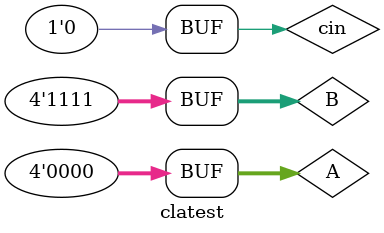
<source format=v>
`timescale 1ns / 1ps


module clatest;

	// Inputs
	reg [3:0] A;
	reg [3:0] B;
	reg cin;

	// Outputs
	wire [3:0] Sum;
	wire Cout;

	// Instantiate the Unit Under Test (UUT)
	cla uut (
		.Sum(Sum), 
		.Cout(Cout), 
		.A(A), 
		.B(B), 
		.cin(cin)
	);

	initial begin
		// Initialize Inputs
		A = 0;
		B = 0;
		cin = 0;

		// Wait 100 ns for global reset to finish
		#100;
        
		A=4'b1111;B=4'b0001;cin=0;		

		
		// Wait 100 ns for global reset to finish
		#100;
		A=4'b0000;B=4'b1111;cin=0;		

		
		// Wait 100 ns for global reset to finish
		#100;
	end
    always @ ( A, B, cin , Sum, Cout)
		begin
		 $monitor("t=%3d A=%d,B=%d,Cin=%d,Sum=%d,Cout=%d \n",$time,A,B,cin,Sum,Cout );
		 end     
endmodule


</source>
